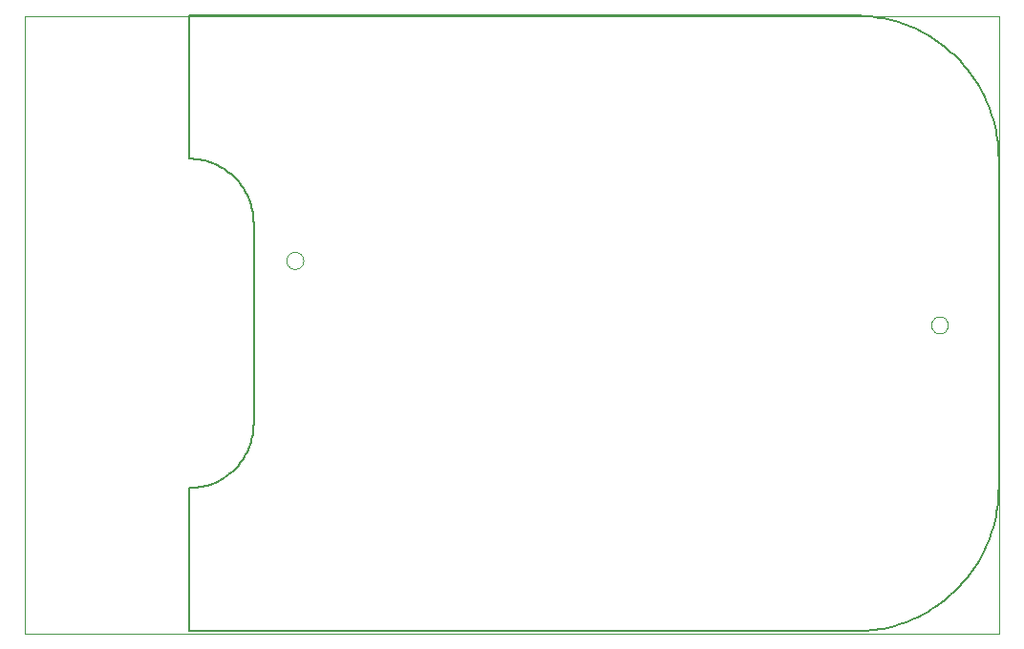
<source format=gm1>
G75*
%MOIN*%
%OFA0B0*%
%FSLAX24Y24*%
%IPPOS*%
%LPD*%
%AMOC8*
5,1,8,0,0,1.08239X$1,22.5*
%
%ADD10C,0.0000*%
%ADD11C,0.0050*%
D10*
X002503Y002778D02*
X002503Y024353D01*
X036519Y024353D01*
X036519Y002778D01*
X002503Y002778D01*
X011647Y015806D02*
X011649Y015840D01*
X011655Y015874D01*
X011665Y015907D01*
X011678Y015938D01*
X011696Y015968D01*
X011716Y015996D01*
X011740Y016021D01*
X011766Y016043D01*
X011794Y016061D01*
X011825Y016077D01*
X011857Y016089D01*
X011891Y016097D01*
X011925Y016101D01*
X011959Y016101D01*
X011993Y016097D01*
X012027Y016089D01*
X012059Y016077D01*
X012089Y016061D01*
X012118Y016043D01*
X012144Y016021D01*
X012168Y015996D01*
X012188Y015968D01*
X012206Y015938D01*
X012219Y015907D01*
X012229Y015874D01*
X012235Y015840D01*
X012237Y015806D01*
X012235Y015772D01*
X012229Y015738D01*
X012219Y015705D01*
X012206Y015674D01*
X012188Y015644D01*
X012168Y015616D01*
X012144Y015591D01*
X012118Y015569D01*
X012090Y015551D01*
X012059Y015535D01*
X012027Y015523D01*
X011993Y015515D01*
X011959Y015511D01*
X011925Y015511D01*
X011891Y015515D01*
X011857Y015523D01*
X011825Y015535D01*
X011794Y015551D01*
X011766Y015569D01*
X011740Y015591D01*
X011716Y015616D01*
X011696Y015644D01*
X011678Y015674D01*
X011665Y015705D01*
X011655Y015738D01*
X011649Y015772D01*
X011647Y015806D01*
X034143Y013554D02*
X034145Y013588D01*
X034151Y013622D01*
X034161Y013655D01*
X034174Y013686D01*
X034192Y013716D01*
X034212Y013744D01*
X034236Y013769D01*
X034262Y013791D01*
X034290Y013809D01*
X034321Y013825D01*
X034353Y013837D01*
X034387Y013845D01*
X034421Y013849D01*
X034455Y013849D01*
X034489Y013845D01*
X034523Y013837D01*
X034555Y013825D01*
X034585Y013809D01*
X034614Y013791D01*
X034640Y013769D01*
X034664Y013744D01*
X034684Y013716D01*
X034702Y013686D01*
X034715Y013655D01*
X034725Y013622D01*
X034731Y013588D01*
X034733Y013554D01*
X034731Y013520D01*
X034725Y013486D01*
X034715Y013453D01*
X034702Y013422D01*
X034684Y013392D01*
X034664Y013364D01*
X034640Y013339D01*
X034614Y013317D01*
X034586Y013299D01*
X034555Y013283D01*
X034523Y013271D01*
X034489Y013263D01*
X034455Y013259D01*
X034421Y013259D01*
X034387Y013263D01*
X034353Y013271D01*
X034321Y013283D01*
X034290Y013299D01*
X034262Y013317D01*
X034236Y013339D01*
X034212Y013364D01*
X034192Y013392D01*
X034174Y013422D01*
X034161Y013453D01*
X034151Y013486D01*
X034145Y013520D01*
X034143Y013554D01*
D11*
X036503Y007857D02*
X036503Y019357D01*
X036501Y019497D01*
X036495Y019637D01*
X036485Y019777D01*
X036472Y019917D01*
X036454Y020056D01*
X036432Y020195D01*
X036407Y020332D01*
X036378Y020470D01*
X036345Y020606D01*
X036308Y020741D01*
X036267Y020875D01*
X036222Y021008D01*
X036174Y021140D01*
X036122Y021270D01*
X036067Y021399D01*
X036008Y021526D01*
X035945Y021652D01*
X035879Y021776D01*
X035810Y021897D01*
X035737Y022017D01*
X035660Y022135D01*
X035581Y022250D01*
X035498Y022364D01*
X035412Y022474D01*
X035323Y022583D01*
X035231Y022689D01*
X035136Y022792D01*
X035039Y022893D01*
X034938Y022990D01*
X034835Y023085D01*
X034729Y023177D01*
X034620Y023266D01*
X034510Y023352D01*
X034396Y023435D01*
X034281Y023514D01*
X034163Y023591D01*
X034043Y023664D01*
X033922Y023733D01*
X033798Y023799D01*
X033672Y023862D01*
X033545Y023921D01*
X033416Y023976D01*
X033286Y024028D01*
X033154Y024076D01*
X033021Y024121D01*
X032887Y024162D01*
X032752Y024199D01*
X032616Y024232D01*
X032478Y024261D01*
X032341Y024286D01*
X032202Y024308D01*
X032063Y024326D01*
X031923Y024339D01*
X031783Y024349D01*
X031643Y024355D01*
X031503Y024357D01*
X008253Y024357D01*
X008253Y019357D01*
X008346Y019355D01*
X008439Y019349D01*
X008531Y019340D01*
X008623Y019326D01*
X008715Y019309D01*
X008805Y019288D01*
X008895Y019263D01*
X008984Y019235D01*
X009071Y019203D01*
X009157Y019167D01*
X009241Y019128D01*
X009324Y019086D01*
X009405Y019040D01*
X009484Y018991D01*
X009560Y018938D01*
X009635Y018883D01*
X009707Y018824D01*
X009777Y018762D01*
X009844Y018698D01*
X009908Y018631D01*
X009970Y018561D01*
X010029Y018489D01*
X010084Y018414D01*
X010137Y018338D01*
X010186Y018259D01*
X010232Y018178D01*
X010274Y018095D01*
X010313Y018011D01*
X010349Y017925D01*
X010381Y017838D01*
X010409Y017749D01*
X010434Y017659D01*
X010455Y017569D01*
X010472Y017477D01*
X010486Y017385D01*
X010495Y017293D01*
X010501Y017200D01*
X010503Y017107D01*
X010503Y010107D01*
X010501Y010014D01*
X010495Y009921D01*
X010486Y009829D01*
X010472Y009737D01*
X010455Y009645D01*
X010434Y009555D01*
X010409Y009465D01*
X010381Y009376D01*
X010349Y009289D01*
X010313Y009203D01*
X010274Y009119D01*
X010232Y009036D01*
X010186Y008955D01*
X010137Y008876D01*
X010084Y008800D01*
X010029Y008725D01*
X009970Y008653D01*
X009908Y008583D01*
X009844Y008516D01*
X009777Y008452D01*
X009707Y008390D01*
X009635Y008331D01*
X009560Y008276D01*
X009484Y008223D01*
X009405Y008174D01*
X009324Y008128D01*
X009241Y008086D01*
X009157Y008047D01*
X009071Y008011D01*
X008984Y007979D01*
X008895Y007951D01*
X008805Y007926D01*
X008715Y007905D01*
X008623Y007888D01*
X008531Y007874D01*
X008439Y007865D01*
X008346Y007859D01*
X008253Y007857D01*
X008253Y002857D01*
X031503Y002857D01*
X031643Y002859D01*
X031783Y002865D01*
X031923Y002875D01*
X032063Y002888D01*
X032202Y002906D01*
X032341Y002928D01*
X032478Y002953D01*
X032616Y002982D01*
X032752Y003015D01*
X032887Y003052D01*
X033021Y003093D01*
X033154Y003138D01*
X033286Y003186D01*
X033416Y003238D01*
X033545Y003293D01*
X033672Y003352D01*
X033798Y003415D01*
X033922Y003481D01*
X034043Y003550D01*
X034163Y003623D01*
X034281Y003700D01*
X034396Y003779D01*
X034510Y003862D01*
X034620Y003948D01*
X034729Y004037D01*
X034835Y004129D01*
X034938Y004224D01*
X035039Y004321D01*
X035136Y004422D01*
X035231Y004525D01*
X035323Y004631D01*
X035412Y004740D01*
X035498Y004850D01*
X035581Y004964D01*
X035660Y005079D01*
X035737Y005197D01*
X035810Y005317D01*
X035879Y005438D01*
X035945Y005562D01*
X036008Y005688D01*
X036067Y005815D01*
X036122Y005944D01*
X036174Y006074D01*
X036222Y006206D01*
X036267Y006339D01*
X036308Y006473D01*
X036345Y006608D01*
X036378Y006744D01*
X036407Y006882D01*
X036432Y007019D01*
X036454Y007158D01*
X036472Y007297D01*
X036485Y007437D01*
X036495Y007577D01*
X036501Y007717D01*
X036503Y007857D01*
M02*

</source>
